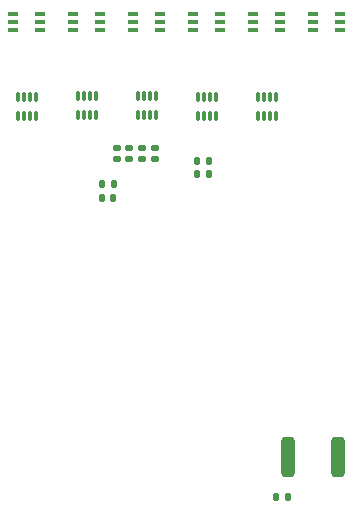
<source format=gbr>
%TF.GenerationSoftware,KiCad,Pcbnew,(6.0.10)*%
%TF.CreationDate,2023-01-10T15:23:54-05:00*%
%TF.ProjectId,cyton hat,6379746f-6e20-4686-9174-2e6b69636164,rev?*%
%TF.SameCoordinates,Original*%
%TF.FileFunction,Paste,Bot*%
%TF.FilePolarity,Positive*%
%FSLAX46Y46*%
G04 Gerber Fmt 4.6, Leading zero omitted, Abs format (unit mm)*
G04 Created by KiCad (PCBNEW (6.0.10)) date 2023-01-10 15:23:54*
%MOMM*%
%LPD*%
G01*
G04 APERTURE LIST*
G04 Aperture macros list*
%AMRoundRect*
0 Rectangle with rounded corners*
0 $1 Rounding radius*
0 $2 $3 $4 $5 $6 $7 $8 $9 X,Y pos of 4 corners*
0 Add a 4 corners polygon primitive as box body*
4,1,4,$2,$3,$4,$5,$6,$7,$8,$9,$2,$3,0*
0 Add four circle primitives for the rounded corners*
1,1,$1+$1,$2,$3*
1,1,$1+$1,$4,$5*
1,1,$1+$1,$6,$7*
1,1,$1+$1,$8,$9*
0 Add four rect primitives between the rounded corners*
20,1,$1+$1,$2,$3,$4,$5,0*
20,1,$1+$1,$4,$5,$6,$7,0*
20,1,$1+$1,$6,$7,$8,$9,0*
20,1,$1+$1,$8,$9,$2,$3,0*%
G04 Aperture macros list end*
%ADD10RoundRect,0.140000X0.140000X0.170000X-0.140000X0.170000X-0.140000X-0.170000X0.140000X-0.170000X0*%
%ADD11RoundRect,0.140000X-0.170000X0.140000X-0.170000X-0.140000X0.170000X-0.140000X0.170000X0.140000X0*%
%ADD12RoundRect,0.010500X0.094500X-0.374500X0.094500X0.374500X-0.094500X0.374500X-0.094500X-0.374500X0*%
%ADD13RoundRect,0.010500X-0.094500X0.374500X-0.094500X-0.374500X0.094500X-0.374500X0.094500X0.374500X0*%
%ADD14R,0.850900X0.355600*%
%ADD15RoundRect,0.250000X0.312500X1.450000X-0.312500X1.450000X-0.312500X-1.450000X0.312500X-1.450000X0*%
%ADD16RoundRect,0.140000X-0.140000X-0.170000X0.140000X-0.170000X0.140000X0.170000X-0.140000X0.170000X0*%
%ADD17RoundRect,0.147500X0.147500X0.172500X-0.147500X0.172500X-0.147500X-0.172500X0.147500X-0.172500X0*%
G04 APERTURE END LIST*
D10*
%TO.C,C26*%
X143865600Y-101346000D03*
X142905600Y-101346000D03*
%TD*%
D11*
%TO.C,C25*%
X136093200Y-99136200D03*
X136093200Y-100096200D03*
%TD*%
D12*
%TO.C,C5*%
X149543200Y-96405600D03*
X149043200Y-96405600D03*
X148543200Y-96405600D03*
X148043200Y-96405600D03*
D13*
X148043200Y-94805600D03*
X148543200Y-94805600D03*
X149043200Y-94805600D03*
X149543200Y-94805600D03*
%TD*%
D12*
%TO.C,C4*%
X144463200Y-96405600D03*
X143963200Y-96405600D03*
X143463200Y-96405600D03*
X142963200Y-96405600D03*
D13*
X142963200Y-94805600D03*
X143463200Y-94805600D03*
X143963200Y-94805600D03*
X144463200Y-94805600D03*
%TD*%
D11*
%TO.C,C20*%
X138252200Y-99136200D03*
X138252200Y-100096200D03*
%TD*%
D14*
%TO.C,D4*%
X144849850Y-87843601D03*
X144849850Y-88493600D03*
X144849850Y-89143599D03*
X142576550Y-89143599D03*
X142576550Y-88493600D03*
X142576550Y-87843601D03*
%TD*%
%TO.C,D6*%
X155009850Y-87843601D03*
X155009850Y-88493600D03*
X155009850Y-89143599D03*
X152736550Y-89143599D03*
X152736550Y-88493600D03*
X152736550Y-87843601D03*
%TD*%
D12*
%TO.C,C1*%
X129223200Y-96405600D03*
X128723200Y-96405600D03*
X128223200Y-96405600D03*
X127723200Y-96405600D03*
D13*
X127723200Y-94805600D03*
X128223200Y-94805600D03*
X128723200Y-94805600D03*
X129223200Y-94805600D03*
%TD*%
D15*
%TO.C,F1*%
X154842300Y-125298200D03*
X150567300Y-125298200D03*
%TD*%
D16*
%TO.C,C9*%
X134800400Y-103406000D03*
X135760400Y-103406000D03*
%TD*%
D14*
%TO.C,D3*%
X139769850Y-87843601D03*
X139769850Y-88493600D03*
X139769850Y-89143599D03*
X137496550Y-89143599D03*
X137496550Y-88493600D03*
X137496550Y-87843601D03*
%TD*%
D11*
%TO.C,C23*%
X137160000Y-99136200D03*
X137160000Y-100096200D03*
%TD*%
D12*
%TO.C,C3*%
X139383200Y-96391300D03*
X138883200Y-96391300D03*
X138383200Y-96391300D03*
X137883200Y-96391300D03*
D13*
X137883200Y-94791300D03*
X138383200Y-94791300D03*
X138883200Y-94791300D03*
X139383200Y-94791300D03*
%TD*%
D17*
%TO.C,L2*%
X150573600Y-128701800D03*
X149603600Y-128701800D03*
%TD*%
D10*
%TO.C,C24*%
X143865600Y-100279200D03*
X142905600Y-100279200D03*
%TD*%
D14*
%TO.C,D1*%
X129609850Y-87843601D03*
X129609850Y-88493600D03*
X129609850Y-89143599D03*
X127336550Y-89143599D03*
X127336550Y-88493600D03*
X127336550Y-87843601D03*
%TD*%
D12*
%TO.C,C2*%
X134303200Y-96380200D03*
X133803200Y-96380200D03*
X133303200Y-96380200D03*
X132803200Y-96380200D03*
D13*
X132803200Y-94780200D03*
X133303200Y-94780200D03*
X133803200Y-94780200D03*
X134303200Y-94780200D03*
%TD*%
D11*
%TO.C,C22*%
X139344400Y-99136200D03*
X139344400Y-100096200D03*
%TD*%
D14*
%TO.C,D2*%
X134689850Y-87843601D03*
X134689850Y-88493600D03*
X134689850Y-89143599D03*
X132416550Y-89143599D03*
X132416550Y-88493600D03*
X132416550Y-87843601D03*
%TD*%
D16*
%TO.C,C7*%
X134851200Y-102209600D03*
X135811200Y-102209600D03*
%TD*%
D14*
%TO.C,D5*%
X149929850Y-87843601D03*
X149929850Y-88493600D03*
X149929850Y-89143599D03*
X147656550Y-89143599D03*
X147656550Y-88493600D03*
X147656550Y-87843601D03*
%TD*%
M02*

</source>
